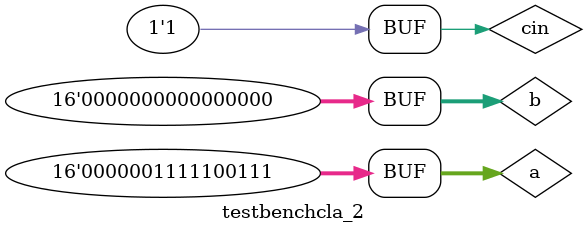
<source format=v>
`timescale 1ns / 1ps


module testbenchcla_2;

	
	reg [15:0] a,b;
	reg cin;

	
	wire [15:0] sum;
	wire cout;

	cla_2 uut(.a(a), .b(b), .cin(cin), .sum(sum), .cout(cout));

	initial begin
		
		a = 0; b = 0; cin = 0;

		#10 a=16'd0; b=16'd0; cin=1'd1;
      #10 a=16'd14; b=16'd1; cin=1'd1;
      #10 a=16'd5; b=16'd0; cin=1'd0;
      #10 a=16'd999; b=16'd0; cin=1'd1;		

	end
      initial 
		$monitor ("a=%d,b=%d,cin=%d,sum=%d,cout=%d", a,b,cin,sum,cout);
		
endmodule

</source>
